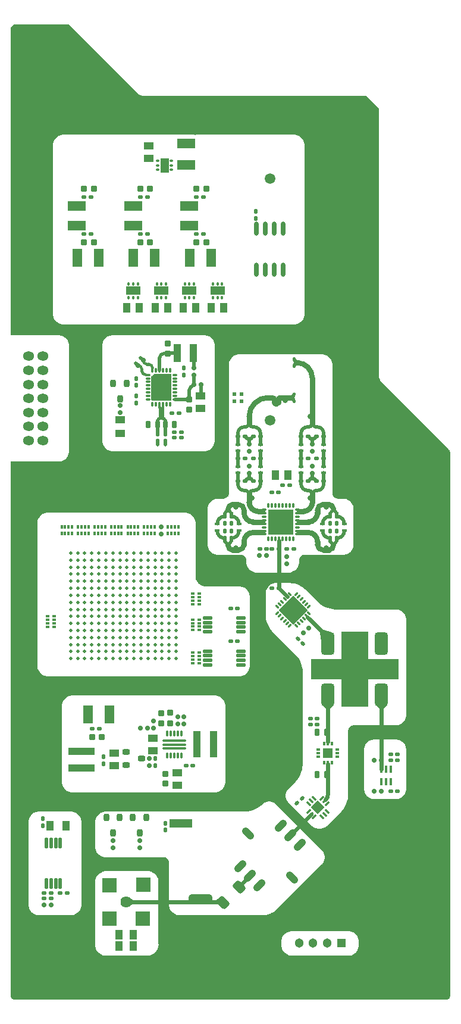
<source format=gts>
G04*
G04 #@! TF.GenerationSoftware,Altium Limited,Altium Designer,21.7.2 (23)*
G04*
G04 Layer_Color=8388736*
%FSLAX43Y43*%
%MOMM*%
G71*
G04*
G04 #@! TF.SameCoordinates,E45341BC-5B8A-4208-AAAD-0714A86AB049*
G04*
G04*
G04 #@! TF.FilePolarity,Negative*
G04*
G01*
G75*
%ADD17C,0.300*%
G04:AMPARAMS|DCode=21|XSize=1mm|YSize=0.376mm|CornerRadius=0.094mm|HoleSize=0mm|Usage=FLASHONLY|Rotation=90.000|XOffset=0mm|YOffset=0mm|HoleType=Round|Shape=RoundedRectangle|*
%AMROUNDEDRECTD21*
21,1,1.000,0.188,0,0,90.0*
21,1,0.812,0.376,0,0,90.0*
1,1,0.188,0.094,0.406*
1,1,0.188,0.094,-0.406*
1,1,0.188,-0.094,-0.406*
1,1,0.188,-0.094,0.406*
%
%ADD21ROUNDEDRECTD21*%
%ADD74C,0.800*%
%ADD75C,0.550*%
%ADD76C,0.500*%
%ADD77C,0.140*%
%ADD78C,0.400*%
%ADD79C,0.600*%
%ADD80C,0.770*%
%ADD81C,1.000*%
%ADD82R,1.070X1.320*%
G04:AMPARAMS|DCode=83|XSize=0.63mm|YSize=0.62mm|CornerRadius=0.16mm|HoleSize=0mm|Usage=FLASHONLY|Rotation=270.000|XOffset=0mm|YOffset=0mm|HoleType=Round|Shape=RoundedRectangle|*
%AMROUNDEDRECTD83*
21,1,0.630,0.300,0,0,270.0*
21,1,0.310,0.620,0,0,270.0*
1,1,0.320,-0.150,-0.155*
1,1,0.320,-0.150,0.155*
1,1,0.320,0.150,0.155*
1,1,0.320,0.150,-0.155*
%
%ADD83ROUNDEDRECTD83*%
G04:AMPARAMS|DCode=84|XSize=1.9mm|YSize=3.246mm|CornerRadius=0.48mm|HoleSize=0mm|Usage=FLASHONLY|Rotation=180.000|XOffset=0mm|YOffset=0mm|HoleType=Round|Shape=RoundedRectangle|*
%AMROUNDEDRECTD84*
21,1,1.900,2.286,0,0,180.0*
21,1,0.940,3.246,0,0,180.0*
1,1,0.960,-0.470,1.143*
1,1,0.960,0.470,1.143*
1,1,0.960,0.470,-1.143*
1,1,0.960,-0.470,-1.143*
%
%ADD84ROUNDEDRECTD84*%
G04:AMPARAMS|DCode=85|XSize=0.32mm|YSize=0.72mm|CornerRadius=0mm|HoleSize=0mm|Usage=FLASHONLY|Rotation=225.000|XOffset=0mm|YOffset=0mm|HoleType=Round|Shape=Round|*
%AMOVALD85*
21,1,0.400,0.320,0.000,0.000,315.0*
1,1,0.320,-0.141,0.141*
1,1,0.320,0.141,-0.141*
%
%ADD85OVALD85*%

G04:AMPARAMS|DCode=86|XSize=0.77mm|YSize=0.3mm|CornerRadius=0.08mm|HoleSize=0mm|Usage=FLASHONLY|Rotation=225.000|XOffset=0mm|YOffset=0mm|HoleType=Round|Shape=RoundedRectangle|*
%AMROUNDEDRECTD86*
21,1,0.770,0.140,0,0,225.0*
21,1,0.610,0.300,0,0,225.0*
1,1,0.160,-0.265,-0.166*
1,1,0.160,0.166,0.265*
1,1,0.160,0.265,0.166*
1,1,0.160,-0.166,-0.265*
%
%ADD86ROUNDEDRECTD86*%
G04:AMPARAMS|DCode=87|XSize=0.52mm|YSize=0.62mm|CornerRadius=0.135mm|HoleSize=0mm|Usage=FLASHONLY|Rotation=135.000|XOffset=0mm|YOffset=0mm|HoleType=Round|Shape=RoundedRectangle|*
%AMROUNDEDRECTD87*
21,1,0.520,0.350,0,0,135.0*
21,1,0.250,0.620,0,0,135.0*
1,1,0.270,0.035,0.212*
1,1,0.270,0.212,0.035*
1,1,0.270,-0.035,-0.212*
1,1,0.270,-0.212,-0.035*
%
%ADD87ROUNDEDRECTD87*%
G04:AMPARAMS|DCode=88|XSize=0.52mm|YSize=0.62mm|CornerRadius=0.135mm|HoleSize=0mm|Usage=FLASHONLY|Rotation=270.000|XOffset=0mm|YOffset=0mm|HoleType=Round|Shape=RoundedRectangle|*
%AMROUNDEDRECTD88*
21,1,0.520,0.350,0,0,270.0*
21,1,0.250,0.620,0,0,270.0*
1,1,0.270,-0.175,-0.125*
1,1,0.270,-0.175,0.125*
1,1,0.270,0.175,0.125*
1,1,0.270,0.175,-0.125*
%
%ADD88ROUNDEDRECTD88*%
G04:AMPARAMS|DCode=89|XSize=0.52mm|YSize=0.62mm|CornerRadius=0.135mm|HoleSize=0mm|Usage=FLASHONLY|Rotation=0.000|XOffset=0mm|YOffset=0mm|HoleType=Round|Shape=RoundedRectangle|*
%AMROUNDEDRECTD89*
21,1,0.520,0.350,0,0,0.0*
21,1,0.250,0.620,0,0,0.0*
1,1,0.270,0.125,-0.175*
1,1,0.270,-0.125,-0.175*
1,1,0.270,-0.125,0.175*
1,1,0.270,0.125,0.175*
%
%ADD89ROUNDEDRECTD89*%
%ADD90O,0.270X0.770*%
G04:AMPARAMS|DCode=91|XSize=0.27mm|YSize=0.57mm|CornerRadius=0.072mm|HoleSize=0mm|Usage=FLASHONLY|Rotation=180.000|XOffset=0mm|YOffset=0mm|HoleType=Round|Shape=RoundedRectangle|*
%AMROUNDEDRECTD91*
21,1,0.270,0.425,0,0,180.0*
21,1,0.125,0.570,0,0,180.0*
1,1,0.145,-0.063,0.213*
1,1,0.145,0.063,0.213*
1,1,0.145,0.063,-0.213*
1,1,0.145,-0.063,-0.213*
%
%ADD91ROUNDEDRECTD91*%
G04:AMPARAMS|DCode=92|XSize=0.66mm|YSize=1.04mm|CornerRadius=0.17mm|HoleSize=0mm|Usage=FLASHONLY|Rotation=180.000|XOffset=0mm|YOffset=0mm|HoleType=Round|Shape=RoundedRectangle|*
%AMROUNDEDRECTD92*
21,1,0.660,0.700,0,0,180.0*
21,1,0.320,1.040,0,0,180.0*
1,1,0.340,-0.160,0.350*
1,1,0.340,0.160,0.350*
1,1,0.340,0.160,-0.350*
1,1,0.340,-0.160,-0.350*
%
%ADD92ROUNDEDRECTD92*%
G04:AMPARAMS|DCode=93|XSize=1.27mm|YSize=1.72mm|CornerRadius=0.323mm|HoleSize=0mm|Usage=FLASHONLY|Rotation=45.000|XOffset=0mm|YOffset=0mm|HoleType=Round|Shape=RoundedRectangle|*
%AMROUNDEDRECTD93*
21,1,1.270,1.075,0,0,45.0*
21,1,0.625,1.720,0,0,45.0*
1,1,0.645,0.601,-0.159*
1,1,0.645,0.159,-0.601*
1,1,0.645,-0.601,0.159*
1,1,0.645,-0.159,0.601*
%
%ADD93ROUNDEDRECTD93*%
G04:AMPARAMS|DCode=94|XSize=1.04mm|YSize=2.02mm|CornerRadius=0mm|HoleSize=0mm|Usage=FLASHONLY|Rotation=315.000|XOffset=0mm|YOffset=0mm|HoleType=Round|Shape=Round|*
%AMOVALD94*
21,1,0.980,1.040,0.000,0.000,45.0*
1,1,1.040,-0.346,-0.346*
1,1,1.040,0.346,0.346*
%
%ADD94OVALD94*%

G04:AMPARAMS|DCode=95|XSize=3.32mm|YSize=1.29mm|CornerRadius=0.328mm|HoleSize=0mm|Usage=FLASHONLY|Rotation=0.000|XOffset=0mm|YOffset=0mm|HoleType=Round|Shape=RoundedRectangle|*
%AMROUNDEDRECTD95*
21,1,3.320,0.635,0,0,0.0*
21,1,2.665,1.290,0,0,0.0*
1,1,0.655,1.333,-0.318*
1,1,0.655,-1.333,-0.318*
1,1,0.655,-1.333,0.318*
1,1,0.655,1.333,0.318*
%
%ADD95ROUNDEDRECTD95*%
%ADD96C,1.620*%
G04:AMPARAMS|DCode=97|XSize=0.47mm|YSize=1.52mm|CornerRadius=0.123mm|HoleSize=0mm|Usage=FLASHONLY|Rotation=0.000|XOffset=0mm|YOffset=0mm|HoleType=Round|Shape=RoundedRectangle|*
%AMROUNDEDRECTD97*
21,1,0.470,1.275,0,0,0.0*
21,1,0.225,1.520,0,0,0.0*
1,1,0.245,0.113,-0.638*
1,1,0.245,-0.113,-0.638*
1,1,0.245,-0.113,0.638*
1,1,0.245,0.113,0.638*
%
%ADD97ROUNDEDRECTD97*%
G04:AMPARAMS|DCode=98|XSize=0.92mm|YSize=0.82mm|CornerRadius=0.21mm|HoleSize=0mm|Usage=FLASHONLY|Rotation=270.000|XOffset=0mm|YOffset=0mm|HoleType=Round|Shape=RoundedRectangle|*
%AMROUNDEDRECTD98*
21,1,0.920,0.400,0,0,270.0*
21,1,0.500,0.820,0,0,270.0*
1,1,0.420,-0.200,-0.250*
1,1,0.420,-0.200,0.250*
1,1,0.420,0.200,0.250*
1,1,0.420,0.200,-0.250*
%
%ADD98ROUNDEDRECTD98*%
%ADD99R,3.720X1.000*%
%ADD100R,1.420X2.620*%
G04:AMPARAMS|DCode=101|XSize=0.38mm|YSize=0.68mm|CornerRadius=0.1mm|HoleSize=0mm|Usage=FLASHONLY|Rotation=90.000|XOffset=0mm|YOffset=0mm|HoleType=Round|Shape=RoundedRectangle|*
%AMROUNDEDRECTD101*
21,1,0.380,0.480,0,0,90.0*
21,1,0.180,0.680,0,0,90.0*
1,1,0.200,0.240,0.090*
1,1,0.200,0.240,-0.090*
1,1,0.200,-0.240,-0.090*
1,1,0.200,-0.240,0.090*
%
%ADD101ROUNDEDRECTD101*%
%ADD102R,2.020X2.020*%
G04:AMPARAMS|DCode=103|XSize=0.63mm|YSize=0.62mm|CornerRadius=0.16mm|HoleSize=0mm|Usage=FLASHONLY|Rotation=180.000|XOffset=0mm|YOffset=0mm|HoleType=Round|Shape=RoundedRectangle|*
%AMROUNDEDRECTD103*
21,1,0.630,0.300,0,0,180.0*
21,1,0.310,0.620,0,0,180.0*
1,1,0.320,-0.155,0.150*
1,1,0.320,0.155,0.150*
1,1,0.320,0.155,-0.150*
1,1,0.320,-0.155,-0.150*
%
%ADD103ROUNDEDRECTD103*%
G04:AMPARAMS|DCode=104|XSize=0.82mm|YSize=1.02mm|CornerRadius=0.21mm|HoleSize=0mm|Usage=FLASHONLY|Rotation=0.000|XOffset=0mm|YOffset=0mm|HoleType=Round|Shape=RoundedRectangle|*
%AMROUNDEDRECTD104*
21,1,0.820,0.600,0,0,0.0*
21,1,0.400,1.020,0,0,0.0*
1,1,0.420,0.200,-0.300*
1,1,0.420,-0.200,-0.300*
1,1,0.420,-0.200,0.300*
1,1,0.420,0.200,0.300*
%
%ADD104ROUNDEDRECTD104*%
%ADD105R,0.620X0.520*%
%ADD106O,1.420X0.520*%
%ADD107C,0.470*%
G04:AMPARAMS|DCode=108|XSize=0.395mm|YSize=0.57mm|CornerRadius=0.104mm|HoleSize=0mm|Usage=FLASHONLY|Rotation=270.000|XOffset=0mm|YOffset=0mm|HoleType=Round|Shape=RoundedRectangle|*
%AMROUNDEDRECTD108*
21,1,0.395,0.363,0,0,270.0*
21,1,0.188,0.570,0,0,270.0*
1,1,0.207,-0.181,-0.094*
1,1,0.207,-0.181,0.094*
1,1,0.207,0.181,0.094*
1,1,0.207,0.181,-0.094*
%
%ADD108ROUNDEDRECTD108*%
G04:AMPARAMS|DCode=109|XSize=0.395mm|YSize=0.57mm|CornerRadius=0.104mm|HoleSize=0mm|Usage=FLASHONLY|Rotation=0.000|XOffset=0mm|YOffset=0mm|HoleType=Round|Shape=RoundedRectangle|*
%AMROUNDEDRECTD109*
21,1,0.395,0.363,0,0,0.0*
21,1,0.188,0.570,0,0,0.0*
1,1,0.207,0.094,-0.181*
1,1,0.207,-0.094,-0.181*
1,1,0.207,-0.094,0.181*
1,1,0.207,0.094,0.181*
%
%ADD109ROUNDEDRECTD109*%
%ADD110R,3.678X3.246*%
%ADD111R,1.420X1.120*%
%ADD112R,1.000X3.720*%
G04:AMPARAMS|DCode=113|XSize=0.92mm|YSize=0.82mm|CornerRadius=0.21mm|HoleSize=0mm|Usage=FLASHONLY|Rotation=0.000|XOffset=0mm|YOffset=0mm|HoleType=Round|Shape=RoundedRectangle|*
%AMROUNDEDRECTD113*
21,1,0.920,0.400,0,0,0.0*
21,1,0.500,0.820,0,0,0.0*
1,1,0.420,0.250,-0.200*
1,1,0.420,-0.250,-0.200*
1,1,0.420,-0.250,0.200*
1,1,0.420,0.250,0.200*
%
%ADD113ROUNDEDRECTD113*%
G04:AMPARAMS|DCode=114|XSize=0.27mm|YSize=0.82mm|CornerRadius=0.072mm|HoleSize=0mm|Usage=FLASHONLY|Rotation=0.000|XOffset=0mm|YOffset=0mm|HoleType=Round|Shape=RoundedRectangle|*
%AMROUNDEDRECTD114*
21,1,0.270,0.675,0,0,0.0*
21,1,0.125,0.820,0,0,0.0*
1,1,0.145,0.063,-0.338*
1,1,0.145,-0.063,-0.338*
1,1,0.145,-0.063,0.338*
1,1,0.145,0.063,0.338*
%
%ADD114ROUNDEDRECTD114*%
G04:AMPARAMS|DCode=115|XSize=0.27mm|YSize=3.42mm|CornerRadius=0.072mm|HoleSize=0mm|Usage=FLASHONLY|Rotation=90.000|XOffset=0mm|YOffset=0mm|HoleType=Round|Shape=RoundedRectangle|*
%AMROUNDEDRECTD115*
21,1,0.270,3.275,0,0,90.0*
21,1,0.125,3.420,0,0,90.0*
1,1,0.145,1.638,0.063*
1,1,0.145,1.638,-0.063*
1,1,0.145,-1.638,-0.063*
1,1,0.145,-1.638,0.063*
%
%ADD115ROUNDEDRECTD115*%
G04:AMPARAMS|DCode=116|XSize=0.82mm|YSize=1.02mm|CornerRadius=0.21mm|HoleSize=0mm|Usage=FLASHONLY|Rotation=90.000|XOffset=0mm|YOffset=0mm|HoleType=Round|Shape=RoundedRectangle|*
%AMROUNDEDRECTD116*
21,1,0.820,0.600,0,0,90.0*
21,1,0.400,1.020,0,0,90.0*
1,1,0.420,0.300,0.200*
1,1,0.420,0.300,-0.200*
1,1,0.420,-0.300,-0.200*
1,1,0.420,-0.300,0.200*
%
%ADD116ROUNDEDRECTD116*%
%ADD117O,0.770X0.270*%
G04:AMPARAMS|DCode=118|XSize=0.47mm|YSize=0.32mm|CornerRadius=0.048mm|HoleSize=0mm|Usage=FLASHONLY|Rotation=0.000|XOffset=0mm|YOffset=0mm|HoleType=Round|Shape=RoundedRectangle|*
%AMROUNDEDRECTD118*
21,1,0.470,0.225,0,0,0.0*
21,1,0.375,0.320,0,0,0.0*
1,1,0.095,0.188,-0.113*
1,1,0.095,-0.188,-0.113*
1,1,0.095,-0.188,0.113*
1,1,0.095,0.188,0.113*
%
%ADD118ROUNDEDRECTD118*%
%ADD119R,2.620X1.420*%
%ADD120O,0.270X0.720*%
%ADD121O,0.720X0.270*%
G04:AMPARAMS|DCode=122|XSize=0.27mm|YSize=0.57mm|CornerRadius=0.072mm|HoleSize=0mm|Usage=FLASHONLY|Rotation=90.000|XOffset=0mm|YOffset=0mm|HoleType=Round|Shape=RoundedRectangle|*
%AMROUNDEDRECTD122*
21,1,0.270,0.425,0,0,90.0*
21,1,0.125,0.570,0,0,90.0*
1,1,0.145,0.213,0.063*
1,1,0.145,0.213,-0.063*
1,1,0.145,-0.213,-0.063*
1,1,0.145,-0.213,0.063*
%
%ADD122ROUNDEDRECTD122*%
G04:AMPARAMS|DCode=123|XSize=1.04mm|YSize=2.02mm|CornerRadius=0mm|HoleSize=0mm|Usage=FLASHONLY|Rotation=45.000|XOffset=0mm|YOffset=0mm|HoleType=Round|Shape=Round|*
%AMOVALD123*
21,1,0.980,1.040,0.000,0.000,135.0*
1,1,1.040,0.346,-0.346*
1,1,1.040,-0.346,0.346*
%
%ADD123OVALD123*%

%ADD124R,1.320X1.070*%
%ADD125O,0.620X2.020*%
G04:AMPARAMS|DCode=126|XSize=0.47mm|YSize=0.32mm|CornerRadius=0.048mm|HoleSize=0mm|Usage=FLASHONLY|Rotation=90.000|XOffset=0mm|YOffset=0mm|HoleType=Round|Shape=RoundedRectangle|*
%AMROUNDEDRECTD126*
21,1,0.470,0.225,0,0,90.0*
21,1,0.375,0.320,0,0,90.0*
1,1,0.095,0.113,0.188*
1,1,0.095,0.113,-0.188*
1,1,0.095,-0.113,-0.188*
1,1,0.095,-0.113,0.188*
%
%ADD126ROUNDEDRECTD126*%
G04:AMPARAMS|DCode=127|XSize=0.63mm|YSize=0.62mm|CornerRadius=0.16mm|HoleSize=0mm|Usage=FLASHONLY|Rotation=315.000|XOffset=0mm|YOffset=0mm|HoleType=Round|Shape=RoundedRectangle|*
%AMROUNDEDRECTD127*
21,1,0.630,0.300,0,0,315.0*
21,1,0.310,0.620,0,0,315.0*
1,1,0.320,0.003,-0.216*
1,1,0.320,-0.216,0.003*
1,1,0.320,-0.003,0.216*
1,1,0.320,0.216,-0.003*
%
%ADD127ROUNDEDRECTD127*%
%ADD128R,1.040X2.560*%
%ADD129R,1.120X1.420*%
G04:AMPARAMS|DCode=130|XSize=0.32mm|YSize=0.72mm|CornerRadius=0mm|HoleSize=0mm|Usage=FLASHONLY|Rotation=135.000|XOffset=0mm|YOffset=0mm|HoleType=Round|Shape=Round|*
%AMOVALD130*
21,1,0.400,0.320,0.000,0.000,225.0*
1,1,0.320,0.141,0.141*
1,1,0.320,-0.141,-0.141*
%
%ADD130OVALD130*%

G04:AMPARAMS|DCode=131|XSize=0.52mm|YSize=0.62mm|CornerRadius=0.135mm|HoleSize=0mm|Usage=FLASHONLY|Rotation=225.000|XOffset=0mm|YOffset=0mm|HoleType=Round|Shape=RoundedRectangle|*
%AMROUNDEDRECTD131*
21,1,0.520,0.350,0,0,225.0*
21,1,0.250,0.620,0,0,225.0*
1,1,0.270,-0.212,0.035*
1,1,0.270,-0.035,0.212*
1,1,0.270,0.212,-0.035*
1,1,0.270,0.035,-0.212*
%
%ADD131ROUNDEDRECTD131*%
G04:AMPARAMS|DCode=132|XSize=0.77mm|YSize=0.3mm|CornerRadius=0.08mm|HoleSize=0mm|Usage=FLASHONLY|Rotation=135.000|XOffset=0mm|YOffset=0mm|HoleType=Round|Shape=RoundedRectangle|*
%AMROUNDEDRECTD132*
21,1,0.770,0.140,0,0,135.0*
21,1,0.610,0.300,0,0,135.0*
1,1,0.160,-0.166,0.265*
1,1,0.160,0.265,-0.166*
1,1,0.160,0.166,-0.265*
1,1,0.160,-0.265,0.166*
%
%ADD132ROUNDEDRECTD132*%
%ADD133R,3.320X1.290*%
%ADD134C,4.520*%
%ADD135R,1.302X1.302*%
%ADD136C,1.302*%
%ADD137O,1.620X1.320*%
%ADD138R,3.653X3.653*%
%ADD139R,1.203X2.003*%
%ADD140O,0.703X1.703*%
%ADD141R,1.453X1.453*%
%ADD142C,6.020*%
%ADD143C,1.520*%
%ADD144R,2.003X1.203*%
%ADD145P,4.106X4X180.0*%
%ADD146P,1.914X4X180.0*%
G36*
X58650Y189184D02*
X58724Y189153D01*
X58820Y189079D01*
X58821Y189079D01*
X58821Y189079D01*
X58821Y189079D01*
X68488Y179412D01*
X68578Y179331D01*
X68779Y179196D01*
X69003Y179103D01*
X69241Y179056D01*
X69362Y179050D01*
X100859Y179050D01*
X100916Y179050D01*
X101029Y179028D01*
X101135Y178984D01*
X101174Y178957D01*
X101271Y178879D01*
X101271Y178879D01*
X101355Y178795D01*
X102644Y177506D01*
X102695Y177455D01*
X102774Y177337D01*
X102828Y177205D01*
X102847Y177111D01*
X102856Y176994D01*
Y176993D01*
X102856Y176993D01*
X102856Y176993D01*
Y139384D01*
X102858Y139234D01*
X102905Y138939D01*
X103008Y138658D01*
X103165Y138403D01*
X103261Y138289D01*
Y138289D01*
X103261Y138289D01*
X112879Y128671D01*
X112908Y128642D01*
X112953Y128575D01*
X112984Y128500D01*
X112985Y128496D01*
X113000Y128379D01*
Y128379D01*
X113000D01*
X113000Y128379D01*
X113000Y51100D01*
X113000Y50981D01*
X112909Y50760D01*
X112740Y50591D01*
X112519Y50500D01*
X112400Y50500D01*
X50941D01*
X50738Y50584D01*
X50584Y50738D01*
X50500Y50941D01*
Y51050D01*
Y127000D01*
X57250Y127000D01*
X57398Y127000D01*
X57688Y127057D01*
X57961Y127170D01*
X58207Y127334D01*
X58416Y127543D01*
X58580Y127789D01*
X58693Y128062D01*
X58750Y128352D01*
X58750Y128500D01*
X58750Y143500D01*
X58750Y143500D01*
X58750Y143500D01*
X58750Y143648D01*
X58693Y143938D01*
X58579Y144211D01*
X58415Y144456D01*
X58206Y144665D01*
X57961Y144829D01*
X57688Y144943D01*
X57398Y145000D01*
X57250Y145000D01*
X50500Y145000D01*
Y188600D01*
Y188719D01*
X50591Y188940D01*
X50760Y189109D01*
X50981Y189200D01*
X51100Y189200D01*
X51100Y189200D01*
X58529Y189200D01*
X58570Y189200D01*
X58650Y189184D01*
D02*
G37*
%LPC*%
G36*
X57852Y173500D02*
X57562Y173442D01*
X57289Y173329D01*
X57044Y173165D01*
X56835Y172956D01*
X56671Y172711D01*
X56558Y172438D01*
X56500Y172148D01*
X56500Y172000D01*
Y148000D01*
X56500Y147852D01*
X56558Y147562D01*
X56671Y147289D01*
X56835Y147044D01*
X57044Y146835D01*
X57289Y146671D01*
X57562Y146558D01*
X57852Y146500D01*
X58000Y146500D01*
X90898D01*
X91188Y146558D01*
X91460Y146671D01*
X91706Y146835D01*
X91915Y147044D01*
X92079Y147289D01*
X92192Y147562D01*
X92250Y147852D01*
X92250Y148000D01*
X92250Y148000D01*
X92250Y172000D01*
X92249Y172148D01*
X92191Y172437D01*
X92077Y172709D01*
X91913Y172954D01*
X91704Y173163D01*
X91459Y173327D01*
X91187Y173441D01*
X90898Y173499D01*
X90750Y173500D01*
X90750Y173500D01*
X90750Y173500D01*
X58000Y173500D01*
X57852Y173500D01*
D02*
G37*
G36*
X64852Y145000D02*
X64562Y144942D01*
X64289Y144829D01*
X64044Y144665D01*
X63835Y144456D01*
X63671Y144211D01*
X63558Y143938D01*
X63500Y143648D01*
X63500Y143500D01*
Y130000D01*
X63500Y129852D01*
X63557Y129562D01*
X63670Y129289D01*
X63834Y129043D01*
X64043Y128834D01*
X64289Y128670D01*
X64562Y128557D01*
X64852Y128500D01*
X65000Y128500D01*
X78000Y128500D01*
X78148Y128500D01*
X78438Y128558D01*
X78711Y128671D01*
X78956Y128835D01*
X79165Y129044D01*
X79329Y129289D01*
X79442Y129562D01*
X79500Y129852D01*
X79500Y130000D01*
X79500Y130000D01*
X79500Y143500D01*
X79500Y143648D01*
X79442Y143938D01*
X79329Y144211D01*
X79165Y144456D01*
X78956Y144665D01*
X78710Y144829D01*
X78438Y144942D01*
X78148Y145000D01*
X78000Y145000D01*
X78000Y145000D01*
X78000Y145000D01*
X65000Y145000D01*
X64852Y145000D01*
D02*
G37*
G36*
X82852Y142250D02*
X82562Y142193D01*
X82289Y142080D01*
X82043Y141916D01*
X81834Y141707D01*
X81670Y141461D01*
X81557Y141188D01*
X81500Y140898D01*
X81500Y140750D01*
X81500Y122500D01*
X81496Y122426D01*
X81468Y122282D01*
X81412Y122146D01*
X81330Y122024D01*
X81226Y121920D01*
X81104Y121838D01*
X80968Y121782D01*
X80872Y121763D01*
X80750Y121750D01*
X80750Y121750D01*
X80750Y121750D01*
X80000Y121750D01*
X79852Y121750D01*
X79562Y121693D01*
X79289Y121580D01*
X79043Y121416D01*
X78834Y121207D01*
X78670Y120961D01*
X78557Y120688D01*
X78500Y120398D01*
X78500Y120250D01*
X78500Y120250D01*
X78500Y120250D01*
X78500Y115250D01*
X78500Y115102D01*
X78557Y114812D01*
X78671Y114539D01*
X78835Y114294D01*
X79044Y114085D01*
X79289Y113921D01*
X79562Y113808D01*
X79852Y113750D01*
X80000Y113750D01*
X83250Y113750D01*
X83324Y113746D01*
X83468Y113718D01*
X83604Y113662D01*
X83726Y113580D01*
X83830Y113476D01*
X83912Y113354D01*
X83968Y113218D01*
X83988Y113117D01*
X84000Y113000D01*
X84000Y113000D01*
X84000D01*
X84000Y113000D01*
X84000Y112750D01*
X84000Y112602D01*
X84057Y112312D01*
X84171Y112039D01*
X84335Y111794D01*
X84544Y111585D01*
X84789Y111421D01*
X85062Y111307D01*
X85352Y111250D01*
X85500Y111250D01*
X90000D01*
X90148Y111250D01*
X90438Y111308D01*
X90711Y111421D01*
X90956Y111585D01*
X91165Y111794D01*
X91329Y112039D01*
X91442Y112312D01*
X91500Y112602D01*
X91500Y112750D01*
X91500Y112750D01*
Y113000D01*
X91504Y113074D01*
X91532Y113218D01*
X91589Y113354D01*
X91670Y113476D01*
X91774Y113580D01*
X91896Y113661D01*
X92032Y113718D01*
X92176Y113746D01*
X92250Y113750D01*
X92250Y113750D01*
X97750Y113750D01*
X97898Y113750D01*
X98188Y113808D01*
X98461Y113921D01*
X98706Y114085D01*
X98915Y114294D01*
X99079Y114539D01*
X99192Y114812D01*
X99250Y115102D01*
X99250Y115250D01*
X99250Y115250D01*
X99250Y120250D01*
X99250Y120398D01*
X99193Y120688D01*
X99080Y120961D01*
X98916Y121207D01*
X98707Y121416D01*
X98461Y121580D01*
X98188Y121693D01*
X97898Y121750D01*
X97750Y121750D01*
X97750Y121750D01*
X97750Y121750D01*
X97000Y121750D01*
X96926Y121754D01*
X96782Y121782D01*
X96646Y121838D01*
X96524Y121920D01*
X96420Y122024D01*
X96338Y122146D01*
X96282Y122282D01*
X96254Y122426D01*
X96250Y122500D01*
X96250Y140750D01*
X96250Y140898D01*
X96193Y141188D01*
X96080Y141461D01*
X95915Y141707D01*
X95707Y141915D01*
X95461Y142080D01*
X95188Y142193D01*
X94898Y142250D01*
X94750Y142250D01*
X94750Y142250D01*
X94750Y142250D01*
X83000Y142250D01*
X82852Y142250D01*
D02*
G37*
G36*
X90173Y109752D02*
X90000Y109750D01*
X90000Y109750D01*
X90000Y109750D01*
X88635D01*
X88250Y109750D01*
X88102Y109750D01*
X87812Y109692D01*
X87539Y109579D01*
X87294Y109415D01*
X87085Y109206D01*
X86921Y108961D01*
X86808Y108688D01*
X86750Y108398D01*
X86750Y108250D01*
X86750Y105250D01*
X86757Y105056D01*
X86808Y104672D01*
X86896Y104294D01*
X87021Y103927D01*
X87182Y103574D01*
X87376Y103239D01*
X87602Y102924D01*
X87858Y102632D01*
X88000Y102500D01*
X88000Y102500D01*
X91000Y99500D01*
X91112Y99389D01*
X91319Y99150D01*
X91501Y98892D01*
X91657Y98618D01*
X91785Y98329D01*
X91884Y98029D01*
X91954Y97721D01*
X91992Y97408D01*
X92000Y97250D01*
X92000D01*
X92000Y97250D01*
X92000Y84000D01*
X91998Y83827D01*
X91969Y83483D01*
X91906Y83144D01*
X91810Y82812D01*
X91681Y82492D01*
X91522Y82185D01*
X91334Y81896D01*
X91118Y81626D01*
X91000Y81500D01*
X91000D01*
X91000Y81500D01*
X90000Y80500D01*
X89901Y80402D01*
X89746Y80170D01*
X89640Y79913D01*
X89585Y79639D01*
Y79361D01*
X89640Y79087D01*
X89746Y78830D01*
X89901Y78598D01*
X90000Y78500D01*
X90000Y78500D01*
X92360Y76140D01*
X92360Y75960D01*
X92181Y75781D01*
X91450Y75050D01*
X92181Y75781D01*
X92360Y75960D01*
X92540Y75960D01*
X93250Y75250D01*
X93361Y75139D01*
X93621Y74965D01*
X93911Y74845D01*
X94218Y74784D01*
X94532D01*
X94839Y74845D01*
X95129Y74965D01*
X95389Y75139D01*
X95500Y75250D01*
X97500Y77250D01*
X97627Y77388D01*
X97852Y77689D01*
X98047Y78010D01*
X98210Y78349D01*
X98338Y78702D01*
X98431Y79066D01*
X98488Y79437D01*
X98508Y79812D01*
X98500Y80000D01*
X98500Y80000D01*
Y88750D01*
X98504Y88824D01*
X98532Y88968D01*
X98589Y89104D01*
X98670Y89226D01*
X98774Y89330D01*
X98896Y89411D01*
X99032Y89468D01*
X99176Y89496D01*
X99250Y89500D01*
X99250Y89500D01*
X105250D01*
X105398Y89500D01*
X105688Y89558D01*
X105961Y89671D01*
X106206Y89835D01*
X106415Y90044D01*
X106579Y90289D01*
X106692Y90562D01*
X106750Y90852D01*
X106750Y91000D01*
X106750Y91000D01*
X106750Y104500D01*
X106750Y104648D01*
X106693Y104938D01*
X106580Y105211D01*
X106416Y105457D01*
X106207Y105666D01*
X105961Y105830D01*
X105688Y105943D01*
X105398Y106000D01*
X105250Y106000D01*
X105250Y106000D01*
X105250Y106000D01*
X96750Y106000D01*
X96577Y106002D01*
X96233Y106032D01*
X95894Y106095D01*
X95562Y106191D01*
X95242Y106319D01*
X94935Y106478D01*
X94646Y106667D01*
X94376Y106882D01*
X94250Y107000D01*
X94250Y107000D01*
Y107000D01*
X92500Y108750D01*
X92376Y108871D01*
X92107Y109087D01*
X91817Y109276D01*
X91510Y109435D01*
X91189Y109564D01*
X90857Y109660D01*
X90517Y109723D01*
X90173Y109752D01*
D02*
G37*
G36*
X75398Y119750D02*
X75250Y119750D01*
X55750Y119750D01*
X55750Y119750D01*
X55602D01*
X55312Y119692D01*
X55039Y119579D01*
X54794Y119415D01*
X54585Y119206D01*
X54421Y118961D01*
X54308Y118688D01*
X54250Y118398D01*
Y118250D01*
Y98000D01*
X54250Y97852D01*
X54308Y97562D01*
X54421Y97289D01*
X54585Y97044D01*
X54794Y96835D01*
X55039Y96671D01*
X55312Y96558D01*
X55602Y96500D01*
X55750Y96500D01*
X83000D01*
X83148Y96500D01*
X83438Y96558D01*
X83711Y96671D01*
X83956Y96835D01*
X84165Y97044D01*
X84329Y97289D01*
X84442Y97562D01*
X84500Y97852D01*
X84500Y98000D01*
X84500Y107750D01*
X84500Y107750D01*
X84500Y107750D01*
X84500Y107898D01*
X84442Y108188D01*
X84329Y108461D01*
X84165Y108706D01*
X83956Y108915D01*
X83711Y109079D01*
X83438Y109192D01*
X83148Y109250D01*
X83000Y109250D01*
X78750Y109250D01*
X78250D01*
X78103Y109257D01*
X77815Y109315D01*
X77543Y109427D01*
X77298Y109590D01*
X77090Y109798D01*
X76927Y110043D01*
X76815Y110315D01*
X76757Y110603D01*
X76750Y110750D01*
X76750Y118250D01*
X76750Y118250D01*
X76750Y118250D01*
X76750Y118398D01*
X76692Y118688D01*
X76579Y118961D01*
X76415Y119206D01*
X76206Y119415D01*
X75961Y119579D01*
X75688Y119692D01*
X75398Y119750D01*
D02*
G37*
G36*
X79648Y93750D02*
X79500Y93750D01*
X59250Y93750D01*
X59250Y93750D01*
X59102D01*
X58812Y93692D01*
X58539Y93579D01*
X58294Y93415D01*
X58085Y93206D01*
X57921Y92961D01*
X57808Y92688D01*
X57750Y92398D01*
Y92250D01*
Y81500D01*
Y81352D01*
X57808Y81062D01*
X57921Y80789D01*
X58085Y80544D01*
X58294Y80335D01*
X58539Y80171D01*
X58812Y80058D01*
X59102Y80000D01*
X79500D01*
X79648Y80000D01*
X79938Y80057D01*
X80211Y80170D01*
X80456Y80335D01*
X80665Y80544D01*
X80830Y80789D01*
X80943Y81062D01*
X81000Y81352D01*
X81000Y81500D01*
X81000Y92250D01*
X81000Y92250D01*
X81000Y92250D01*
X81000Y92398D01*
X80942Y92688D01*
X80829Y92961D01*
X80665Y93206D01*
X80456Y93415D01*
X80211Y93579D01*
X79938Y93692D01*
X79648Y93750D01*
D02*
G37*
G36*
X102102Y87500D02*
X101812Y87442D01*
X101539Y87329D01*
X101294Y87165D01*
X101085Y86956D01*
X100921Y86711D01*
X100808Y86438D01*
X100750Y86148D01*
X100750Y86000D01*
Y80500D01*
X100750Y80352D01*
X100808Y80062D01*
X100921Y79789D01*
X101085Y79544D01*
X101294Y79335D01*
X101539Y79171D01*
X101812Y79058D01*
X102102Y79000D01*
X102250Y79000D01*
X105250D01*
X105398Y79000D01*
X105688Y79058D01*
X105961Y79171D01*
X106206Y79335D01*
X106415Y79544D01*
X106579Y79789D01*
X106692Y80062D01*
X106750Y80352D01*
X106750Y80500D01*
X106750Y80500D01*
X106750Y86000D01*
X106750Y86148D01*
X106692Y86438D01*
X106579Y86711D01*
X106415Y86956D01*
X106206Y87165D01*
X105961Y87329D01*
X105688Y87442D01*
X105398Y87500D01*
X105250Y87500D01*
X105250Y87500D01*
X105250Y87500D01*
X102250Y87500D01*
X102102Y87500D01*
D02*
G37*
G36*
X87389Y78665D02*
X87111D01*
X86837Y78611D01*
X86580Y78504D01*
X86348Y78349D01*
X86250Y78250D01*
X86250Y78250D01*
X86124Y78132D01*
X85854Y77916D01*
X85565Y77728D01*
X85258Y77569D01*
X84938Y77441D01*
X84606Y77345D01*
X84267Y77282D01*
X83923Y77252D01*
X83750Y77250D01*
X83750Y77250D01*
X83750Y77250D01*
X64000Y77250D01*
X63852Y77250D01*
X63562Y77193D01*
X63289Y77080D01*
X63043Y76916D01*
X62834Y76707D01*
X62670Y76461D01*
X62557Y76188D01*
X62500Y75898D01*
X62500Y75750D01*
Y72250D01*
X62500Y72102D01*
X62558Y71812D01*
X62671Y71539D01*
X62835Y71294D01*
X63044Y71085D01*
X63289Y70921D01*
X63562Y70808D01*
X63852Y70750D01*
X64000Y70750D01*
X64000Y70750D01*
X72250Y70750D01*
X72324Y70746D01*
X72468Y70718D01*
X72604Y70661D01*
X72726Y70580D01*
X72830Y70476D01*
X72911Y70354D01*
X72968Y70218D01*
X72988Y70117D01*
X73000Y70000D01*
X73000Y70000D01*
X73000D01*
X73000Y70000D01*
X73000Y64000D01*
X73000Y63852D01*
X73058Y63562D01*
X73171Y63289D01*
X73335Y63044D01*
X73544Y62835D01*
X73789Y62671D01*
X74062Y62558D01*
X74352Y62500D01*
X74500Y62500D01*
X86000Y62500D01*
X86152Y62489D01*
X86456Y62497D01*
X86758Y62536D01*
X87055Y62603D01*
X87344Y62699D01*
X87622Y62823D01*
X87887Y62974D01*
X88135Y63150D01*
X88250Y63250D01*
X94750Y69750D01*
X94849Y69848D01*
X95003Y70080D01*
X95110Y70337D01*
X95164Y70611D01*
X95164Y70889D01*
X95110Y71163D01*
X95003Y71420D01*
X94849Y71652D01*
X94750Y71750D01*
X94750Y71750D01*
Y71750D01*
X91450Y75050D01*
X88250Y78250D01*
X88152Y78349D01*
X87920Y78504D01*
X87663Y78611D01*
X87389Y78665D01*
D02*
G37*
G36*
X54352Y77250D02*
X54062Y77192D01*
X53789Y77079D01*
X53544Y76915D01*
X53335Y76706D01*
X53171Y76461D01*
X53058Y76188D01*
X53000Y75898D01*
X53000Y75750D01*
Y64000D01*
X53000Y63852D01*
X53058Y63562D01*
X53171Y63289D01*
X53335Y63044D01*
X53544Y62835D01*
X53789Y62671D01*
X54062Y62558D01*
X54352Y62500D01*
X54500Y62500D01*
X59000D01*
X59148Y62500D01*
X59438Y62558D01*
X59710Y62671D01*
X59956Y62835D01*
X60165Y63044D01*
X60329Y63289D01*
X60442Y63562D01*
X60500Y63852D01*
X60500Y64000D01*
X60500Y64000D01*
X60500Y75750D01*
X60500Y75898D01*
X60442Y76188D01*
X60329Y76461D01*
X60165Y76706D01*
X59956Y76915D01*
X59711Y77079D01*
X59438Y77192D01*
X59148Y77250D01*
X59000Y77250D01*
X59000Y77250D01*
X59000Y77250D01*
X54500Y77250D01*
X54352Y77250D01*
D02*
G37*
G36*
X90352Y60250D02*
X90062Y60192D01*
X89789Y60079D01*
X89544Y59915D01*
X89335Y59706D01*
X89171Y59461D01*
X89058Y59188D01*
X89000Y58898D01*
X89000Y58750D01*
Y58250D01*
X89000Y58102D01*
X89058Y57812D01*
X89171Y57539D01*
X89335Y57294D01*
X89544Y57085D01*
X89789Y56921D01*
X90062Y56808D01*
X90352Y56750D01*
X90500Y56750D01*
X98648D01*
X98938Y56808D01*
X99211Y56921D01*
X99456Y57085D01*
X99665Y57294D01*
X99829Y57539D01*
X99942Y57812D01*
X100000Y58102D01*
Y58250D01*
X100000Y58250D01*
X100000Y58750D01*
X100000Y58898D01*
X99942Y59188D01*
X99829Y59461D01*
X99665Y59706D01*
X99456Y59915D01*
X99211Y60079D01*
X98938Y60192D01*
X98648Y60250D01*
X98500Y60250D01*
X98500Y60250D01*
X98500Y60250D01*
X90500Y60250D01*
X90352Y60250D01*
D02*
G37*
G36*
X63852Y68750D02*
X63562Y68692D01*
X63289Y68579D01*
X63044Y68415D01*
X62835Y68206D01*
X62671Y67961D01*
X62558Y67688D01*
X62500Y67398D01*
X62500Y67250D01*
Y58250D01*
X62500Y58102D01*
X62558Y57812D01*
X62671Y57539D01*
X62835Y57294D01*
X63044Y57085D01*
X63289Y56921D01*
X63562Y56808D01*
X63852Y56750D01*
X64000Y56750D01*
X70000Y56750D01*
X70160Y56762D01*
X70469Y56849D01*
X70755Y56994D01*
X71008Y57192D01*
X71217Y57436D01*
X71374Y57716D01*
X71474Y58021D01*
X71512Y58340D01*
X71500Y58500D01*
X71500Y58500D01*
X71500Y67250D01*
X71500Y67398D01*
X71442Y67688D01*
X71329Y67961D01*
X71165Y68206D01*
X70956Y68415D01*
X70711Y68579D01*
X70438Y68692D01*
X70148Y68750D01*
X70000Y68750D01*
X70000Y68750D01*
X70000Y68750D01*
X64000Y68750D01*
X63852Y68750D01*
D02*
G37*
%LPD*%
G36*
X73238Y139526D02*
X73251Y139523D01*
X73264Y139519D01*
X73276Y139513D01*
X73287Y139506D01*
X73297Y139497D01*
X73306Y139487D01*
X73313Y139476D01*
X73319Y139464D01*
X73323Y139451D01*
X73326Y139438D01*
X73327Y139425D01*
Y135775D01*
X73326Y135762D01*
X73323Y135749D01*
X73319Y135736D01*
X73313Y135724D01*
X73306Y135713D01*
X73297Y135703D01*
X73287Y135694D01*
X73276Y135687D01*
X73264Y135681D01*
X73251Y135677D01*
X73238Y135674D01*
X73225Y135673D01*
X70575D01*
X70562Y135674D01*
X70549Y135677D01*
X70536Y135681D01*
X70524Y135687D01*
X70513Y135694D01*
X70503Y135703D01*
X70494Y135713D01*
X70487Y135724D01*
X70481Y135736D01*
X70477Y135749D01*
X70474Y135762D01*
X70473Y135775D01*
Y139069D01*
X70474Y139082D01*
X70477Y139095D01*
X70481Y139108D01*
X70487Y139120D01*
X70494Y139131D01*
X70503Y139141D01*
X70859Y139497D01*
X70869Y139506D01*
X70880Y139513D01*
X70892Y139519D01*
X70905Y139523D01*
X70918Y139526D01*
X70931Y139527D01*
X73225D01*
X73238Y139526D01*
D02*
G37*
G36*
X96155Y102755D02*
X94685Y101480D01*
X94390Y103225D01*
X96155Y102755D01*
D02*
G37*
G36*
X101355Y98922D02*
X105623D01*
Y96078D01*
X101355D01*
Y92141D01*
X97495D01*
Y96078D01*
X93253D01*
Y98897D01*
X93227Y98922D01*
X97495D01*
Y102859D01*
X101355D01*
Y98922D01*
D02*
G37*
G36*
X103849Y92211D02*
X103658Y92021D01*
X103485Y91815D01*
X103330Y91595D01*
X103260Y91480D01*
X103180Y91593D01*
X103010Y91811D01*
X102824Y92017D01*
X102625Y92209D01*
X102520Y92300D01*
X102520Y92300D01*
X103950Y92300D01*
X103849Y92211D01*
D02*
G37*
G36*
X96229D02*
X96038Y92021D01*
X95865Y91815D01*
X95710Y91595D01*
X95640Y91480D01*
X95560Y91593D01*
X95390Y91811D01*
X95204Y92017D01*
X95005Y92209D01*
X94900Y92300D01*
X94900Y92300D01*
X96330Y92300D01*
X96229Y92211D01*
D02*
G37*
G36*
X83268Y67289D02*
X83683Y66874D01*
X83687Y66858D01*
X83746Y66678D01*
X83794Y66554D01*
X82956Y67392D01*
X83268Y67289D01*
D02*
G37*
G36*
X79175Y64675D02*
X75800D01*
X75825Y64775D01*
X79150D01*
X79175Y64675D01*
D02*
G37*
G36*
X80610Y63430D02*
X79730Y64310D01*
Y64700D01*
X79896Y64806D01*
X80071Y64934D01*
X80273Y65082D01*
X80610Y63430D01*
D02*
G37*
G36*
X67925Y64675D02*
Y64150D01*
X67420Y63780D01*
Y65020D01*
X67925Y64675D01*
D02*
G37*
D17*
X103230Y84560D02*
G03*
X103220Y84550I0J-10D01*
G01*
X72100Y134650D02*
G03*
X72015Y134565I0J-85D01*
G01*
X72100Y134650D02*
G03*
X72150Y134700I0J50D01*
G01*
X71785Y134565D02*
G03*
X71700Y134650I-85J0D01*
G01*
X71650Y134700D02*
G03*
X71700Y134650I50J0D01*
G01*
X103225Y83250D02*
Y84542D01*
X72150Y134700D02*
Y135200D01*
X71650Y134700D02*
Y135200D01*
X72300Y142400D02*
X72788D01*
D21*
X103225Y83250D02*
D03*
Y81450D02*
D03*
X103875D02*
D03*
X104525D02*
D03*
Y83250D02*
D03*
X103875D02*
D03*
D74*
X88260Y135180D02*
G03*
X88530Y135450I0J270D01*
G01*
X87990Y135450D02*
G03*
X88260Y135180I270J0D01*
G01*
X83680Y119705D02*
G03*
X84960Y118425I1280J0D01*
G01*
X83680Y120125D02*
G03*
X82890Y120915I-790J0D01*
G01*
X82065D02*
G03*
X81400Y120250I0J-665D01*
G01*
Y115100D02*
G03*
X82065Y114435I665J0D01*
G01*
X82890D02*
G03*
X83680Y115225I0J790D01*
G01*
X84960Y116925D02*
G03*
X83680Y115645I0J-1280D01*
G01*
X93400Y138867D02*
G03*
X91167Y141100I-2233J0D01*
G01*
X88800Y136100D02*
G03*
X88530Y135830I0J-270D01*
G01*
X87990D02*
G03*
X87720Y136100I-270J0D01*
G01*
X87062D02*
G03*
X84400Y133438I0J-2662D01*
G01*
X96400Y120250D02*
G03*
X95735Y120915I-665J0D01*
G01*
X94910D02*
G03*
X94120Y120125I0J-790D01*
G01*
X92840Y118425D02*
G03*
X94120Y119705I0J1280D01*
G01*
X95735Y114435D02*
G03*
X96400Y115100I0J665D01*
G01*
X94120Y115225D02*
G03*
X94910Y114435I790J0D01*
G01*
X94120Y115645D02*
G03*
X92840Y116925I-1280J0D01*
G01*
X92113Y119925D02*
G03*
X93400Y121212I0J1287D01*
G01*
X84400D02*
G03*
X85687Y119925I1287J0D01*
G01*
X89490Y135800D02*
Y136075D01*
X88800Y136100D02*
X90350D01*
X87990Y135450D02*
Y135880D01*
X84960Y118425D02*
X85900D01*
X82065Y120915D02*
X82842D01*
X82500Y120625D02*
Y120875D01*
X81400Y115100D02*
Y115200D01*
X82500Y114475D02*
Y114725D01*
X82065Y114435D02*
X82842D01*
X83680Y115225D02*
Y115645D01*
X84960Y116925D02*
X85900D01*
X81400Y120150D02*
Y120250D01*
X88530Y135450D02*
Y135880D01*
X93065Y133460D02*
X93315D01*
X93400Y132375D02*
Y138867D01*
X87062Y136100D02*
X87720D01*
X84400Y132863D02*
Y133438D01*
Y132363D02*
Y132863D01*
X94958Y120915D02*
X95735D01*
X91900Y118425D02*
X92840D01*
X94120Y119705D02*
Y120125D01*
X95300Y120625D02*
Y120875D01*
X94958Y114435D02*
X95735D01*
X91900Y116925D02*
X92840D01*
X94120Y115225D02*
Y115645D01*
X95300Y114475D02*
Y114725D01*
X83680Y119705D02*
Y120125D01*
X93075Y121875D02*
X93325D01*
X93400Y121212D02*
Y122487D01*
X84400Y121212D02*
Y122487D01*
X84475Y121875D02*
X84725D01*
D75*
X90800Y141600D02*
G03*
X91170Y141230I370J0D01*
G01*
X91170Y140970D02*
G03*
X90800Y140600I0J-370D01*
G01*
Y135600D02*
G03*
X90430Y135970I-370J0D01*
G01*
X90430Y136230D02*
G03*
X90800Y136600I0J370D01*
G01*
X93530Y132295D02*
G03*
X93900Y131925I370J0D01*
G01*
X92900D02*
G03*
X93270Y132295I0J370D01*
G01*
X84530Y132295D02*
G03*
X84900Y131925I370J0D01*
G01*
X83900D02*
G03*
X84270Y132295I0J370D01*
G01*
X81690Y115475D02*
G03*
X81900Y115685I0J210D01*
G01*
X80900D02*
G03*
X81110Y115475I210J0D01*
G01*
X81700D02*
G03*
X81530Y115305I0J-170D01*
G01*
X81270D02*
G03*
X81100Y115475I-170J0D01*
G01*
X96110Y119875D02*
G03*
X95900Y119665I0J-210D01*
G01*
X96900D02*
G03*
X96690Y119875I-210J0D01*
G01*
X96100D02*
G03*
X96270Y120045I0J170D01*
G01*
X96530D02*
G03*
X96700Y119875I170J0D01*
G01*
X81100D02*
G03*
X81270Y120045I0J170D01*
G01*
X81530D02*
G03*
X81700Y119875I170J0D01*
G01*
X93900Y122925D02*
G03*
X93530Y122555I0J-370D01*
G01*
X93270Y122555D02*
G03*
X92900Y122925I-370J-0D01*
G01*
X84900D02*
G03*
X84530Y122555I0J-370D01*
G01*
X84270Y122555D02*
G03*
X83900Y122925I-370J0D01*
G01*
X85150D02*
G03*
X86000Y123775I0J850D01*
G01*
X72450Y132900D02*
G03*
X72250Y133100I-200J0D01*
G01*
X72015Y133335D02*
G03*
X72250Y133100I235J0D01*
G01*
X71550D02*
G03*
X71785Y133335I0J235D01*
G01*
X71550Y133100D02*
G03*
X71350Y132900I0J-200D01*
G01*
X72300Y142400D02*
G03*
X71650Y141750I0J-650D01*
G01*
X76100Y137600D02*
G03*
X75850Y136996I604J-604D01*
G01*
X82800Y123775D02*
G03*
X83650Y122925I850J0D01*
G01*
X94150D02*
G03*
X95000Y123775I0J850D01*
G01*
X91800D02*
G03*
X92650Y122925I850J0D01*
G01*
X95000Y131075D02*
G03*
X94150Y131925I-850J0D01*
G01*
X92650D02*
G03*
X91800Y131075I0J-850D01*
G01*
X86000D02*
G03*
X85150Y131925I-850J0D01*
G01*
X83650D02*
G03*
X82800Y131075I0J-850D01*
G01*
X81110Y119875D02*
G03*
X80900Y119665I0J-210D01*
G01*
X81900D02*
G03*
X81690Y119875I-210J0D01*
G01*
X80900Y115685D02*
Y116125D01*
X81900Y115685D02*
Y116125D01*
X96900Y119225D02*
Y119665D01*
X95900Y119225D02*
Y119665D01*
X96400Y120150D02*
Y120250D01*
Y115100D02*
Y115200D01*
X81900Y119225D02*
Y119665D01*
X85687Y119925D02*
X86025D01*
X84900Y122925D02*
X85150D01*
X77516Y136658D02*
Y138000D01*
X72450Y130950D02*
Y132250D01*
X71350Y130950D02*
Y132250D01*
X72450Y132250D02*
Y132900D01*
X72015Y133335D02*
Y134565D01*
X71785Y133335D02*
Y134565D01*
X71350Y132250D02*
Y132900D01*
X86000Y131075D02*
X86000Y129410D01*
Y127425D02*
Y128540D01*
Y126310D02*
Y127425D01*
X86000Y123775D02*
X86000Y125440D01*
X82800Y123775D02*
X82800Y125440D01*
Y126310D02*
Y127425D01*
Y128540D01*
X82800Y131075D02*
X82800Y129410D01*
X71650Y140000D02*
Y141750D01*
X72797Y142409D02*
X74205D01*
X76500Y140358D02*
Y142404D01*
Y138000D02*
Y139342D01*
X73800Y135850D02*
X75850D01*
Y136996D01*
X76100Y137600D02*
X76500Y138000D01*
X83650Y122925D02*
X83900D01*
X91800Y131075D02*
X91800Y129410D01*
Y127425D02*
Y128540D01*
Y126310D02*
Y127425D01*
X91800Y123775D02*
X91800Y125440D01*
X95000Y123775D02*
X95000Y125440D01*
Y126310D02*
Y127425D01*
Y128540D01*
X95000Y131075D02*
X95000Y129410D01*
X93900Y122925D02*
X94150D01*
X92650D02*
X92900D01*
X93900Y131925D02*
X94150D01*
X92650D02*
X92900D01*
X84900D02*
X85150D01*
X83650D02*
X83900D01*
X80900Y119225D02*
Y119665D01*
D76*
X95900Y115685D02*
G03*
X96110Y115475I210J0D01*
G01*
X96690D02*
G03*
X96900Y115685I0J210D01*
G01*
X96270Y115305D02*
G03*
X96100Y115475I-170J0D01*
G01*
X96700D02*
G03*
X96530Y115305I0J-170D01*
G01*
X82950Y118175D02*
G03*
X82058Y119213I-1050J0D01*
G01*
X80743D02*
G03*
X79850Y118175I157J-1038D01*
G01*
X82058Y116137D02*
G03*
X82950Y117175I-158J1038D01*
G01*
X79850Y117175D02*
G03*
X80743Y116137I1050J0D01*
G01*
X97058D02*
G03*
X97950Y117175I-157J1038D01*
G01*
X94850Y117175D02*
G03*
X95742Y116137I1050J0D01*
G01*
X97950Y118175D02*
G03*
X97058Y119213I-1050J0D01*
G01*
X95743D02*
G03*
X94850Y118175I157J-1038D01*
G01*
X96900Y115685D02*
Y116125D01*
X95900Y115685D02*
Y116125D01*
X68950Y141775D02*
X69304Y141421D01*
X68225Y141050D02*
X68579Y140696D01*
X71350Y129450D02*
X71350Y129950D01*
X72450Y129450D02*
X72450Y129950D01*
X93650Y124575D02*
X93950Y124275D01*
X93400Y124575D02*
X93650D01*
X92850Y124275D02*
X93150Y124575D01*
X93400D01*
X93400Y124575D02*
Y125367D01*
X93650Y130275D02*
X93950Y130575D01*
X93150Y130275D02*
X93400D01*
X93400Y129483D02*
Y130275D01*
X93400Y130275D02*
X93650D01*
X92850Y130575D02*
X93150Y130275D01*
X84650Y124575D02*
X84950Y124275D01*
X83850D02*
X84150Y124575D01*
X84400D01*
X84650D01*
X84400Y124575D02*
Y125367D01*
Y129483D02*
Y130275D01*
X84650Y130275D02*
X84950Y130575D01*
X84400Y130275D02*
X84650D01*
X84150D02*
X84400D01*
X83850Y130575D02*
X84150Y130275D01*
D77*
X83900Y131925D02*
G03*
X84270Y132295I0J370D01*
G01*
X84530D02*
G03*
X84900Y131925I370J-0D01*
G01*
D78*
X70650Y140300D02*
G03*
X70075Y140875I-575J0D01*
G01*
X69309Y141397D02*
G03*
X69843Y140875I534J12D01*
G01*
X69125Y140157D02*
G03*
X68591Y140691I-534J0D01*
G01*
X69125Y139925D02*
G03*
X69700Y139350I575J0D01*
G01*
X90800Y135600D02*
Y135600D01*
Y136600D02*
Y136600D01*
Y140600D02*
Y140600D01*
Y141600D02*
Y141600D01*
X69843Y140875D02*
X70075D01*
X69125Y139925D02*
Y140157D01*
D79*
X95303Y78922D02*
G03*
X95625Y79700I-778J778D01*
G01*
X88650Y108975D02*
Y115750D01*
Y108975D02*
X89817Y107808D01*
X95625Y87125D02*
Y94100D01*
X103220Y94000D02*
X103225Y83250D01*
X92750Y104875D02*
X95141Y102484D01*
X95625Y79700D02*
Y84000D01*
X90200Y73800D02*
X93200Y76800D01*
X82900Y66500D02*
X84400Y68000D01*
X66900Y64400D02*
X80700D01*
D80*
X86025Y116925D02*
X86250D01*
X91550Y118425D02*
X91775D01*
X91550Y116925D02*
X91775D01*
X86025Y118425D02*
X86250D01*
X85687Y119925D02*
X86250D01*
X91550D02*
X92113D01*
D81*
X90200Y73800D02*
Y73800D01*
X82900Y66500D02*
Y66500D01*
D82*
X67910Y58100D02*
D03*
X65890D02*
D03*
X67910Y59700D02*
D03*
X65890D02*
D03*
X56050Y75200D02*
D03*
X58350D02*
D03*
D83*
X103233Y84550D02*
D03*
X69933Y89125D02*
D03*
X68917D02*
D03*
X86908Y113700D02*
D03*
X85892D02*
D03*
X102217Y84550D02*
D03*
X102217Y80150D02*
D03*
X103233D02*
D03*
X77516Y138000D02*
D03*
X76500D02*
D03*
X55192Y64000D02*
D03*
X56208D02*
D03*
D84*
X103235Y93855D02*
D03*
X95615Y101145D02*
D03*
Y93855D02*
D03*
X103235Y101145D02*
D03*
D85*
X92539Y105086D02*
D03*
X89817Y107808D02*
D03*
X91125Y103672D02*
D03*
X91478Y104025D02*
D03*
X91832Y104379D02*
D03*
X92186Y104732D02*
D03*
X92893Y105439D02*
D03*
X90170Y108162D02*
D03*
X89463Y107455D02*
D03*
X89110Y107101D02*
D03*
X88756Y106748D02*
D03*
X88403Y106394D02*
D03*
D86*
X93254Y76874D02*
D03*
X95128Y78748D02*
D03*
X94775Y79101D02*
D03*
X95482Y78394D02*
D03*
X92901Y77227D02*
D03*
X93608Y76520D02*
D03*
D87*
X92282Y75907D02*
D03*
X91575Y75200D02*
D03*
X91929Y79119D02*
D03*
X91221Y78412D02*
D03*
D88*
X88650Y114607D02*
D03*
X88650Y108975D02*
D03*
X62050Y89050D02*
D03*
X82800Y124275D02*
D03*
X83800D02*
D03*
X81750Y106150D02*
D03*
X82750D02*
D03*
X93096Y89627D02*
D03*
X94096D02*
D03*
X63050Y89050D02*
D03*
X76400Y83775D02*
D03*
X75400D02*
D03*
X81750Y101450D02*
D03*
X82750D02*
D03*
X77900Y164650D02*
D03*
X76900D02*
D03*
Y159350D02*
D03*
X77900D02*
D03*
X104525Y85413D02*
D03*
X105525D02*
D03*
X104525Y84550D02*
D03*
X105525D02*
D03*
X104525Y80150D02*
D03*
X105525D02*
D03*
X85000Y124275D02*
D03*
X86000D02*
D03*
X85000Y127425D02*
D03*
X86000D02*
D03*
X82800Y127425D02*
D03*
X83800D02*
D03*
X85000Y130575D02*
D03*
X86000D02*
D03*
X82800D02*
D03*
X83800D02*
D03*
X94000Y130575D02*
D03*
X95000D02*
D03*
X91800D02*
D03*
X92800D02*
D03*
X91800Y127425D02*
D03*
X92800D02*
D03*
X91800Y124275D02*
D03*
X92800D02*
D03*
X94000D02*
D03*
X95000D02*
D03*
X94000Y127425D02*
D03*
X95000D02*
D03*
X69900Y164650D02*
D03*
X68900D02*
D03*
X61900D02*
D03*
X60900D02*
D03*
X61900Y159350D02*
D03*
X60900D02*
D03*
X69900D02*
D03*
X68900D02*
D03*
X74750Y131200D02*
D03*
X73750D02*
D03*
X74750Y130400D02*
D03*
X73750D02*
D03*
X74443Y133869D02*
D03*
X73443D02*
D03*
X89150Y123613D02*
D03*
X90150D02*
D03*
X85900Y114600D02*
D03*
X86900D02*
D03*
X88600Y122650D02*
D03*
X87600D02*
D03*
X90725Y114625D02*
D03*
X89725D02*
D03*
X87650Y114607D02*
D03*
X87650Y108975D02*
D03*
X94100Y90500D02*
D03*
X93100D02*
D03*
X57525Y65700D02*
D03*
X58525D02*
D03*
X56225Y65700D02*
D03*
X55225D02*
D03*
X56225Y64900D02*
D03*
X55225D02*
D03*
D89*
X88650Y113518D02*
D03*
X95630Y90808D02*
D03*
Y89808D02*
D03*
X95625Y80375D02*
D03*
X88650Y112518D02*
D03*
X95625Y81375D02*
D03*
X55000Y75200D02*
D03*
X80900Y118225D02*
D03*
Y119225D02*
D03*
X81900Y119225D02*
D03*
Y118225D02*
D03*
X95900Y119225D02*
D03*
Y118225D02*
D03*
X96900Y118225D02*
D03*
Y119225D02*
D03*
X55000Y76200D02*
D03*
X71075Y83775D02*
D03*
Y84775D02*
D03*
X63700Y85050D02*
D03*
Y84050D02*
D03*
X68350Y135350D02*
D03*
Y136350D02*
D03*
X68350Y138850D02*
D03*
Y137850D02*
D03*
X85385Y162595D02*
D03*
Y161595D02*
D03*
X75131Y140350D02*
D03*
Y139350D02*
D03*
X72450Y130950D02*
D03*
Y129950D02*
D03*
X71350Y130950D02*
D03*
Y129950D02*
D03*
X81900Y116125D02*
D03*
Y117125D02*
D03*
X80900Y117125D02*
D03*
Y116125D02*
D03*
X95900Y116125D02*
D03*
Y117125D02*
D03*
X96900Y117125D02*
D03*
Y116125D02*
D03*
X72500Y74600D02*
D03*
Y75600D02*
D03*
D90*
X88650Y116050D02*
D03*
X87150D02*
D03*
X87650D02*
D03*
X88150D02*
D03*
X89150D02*
D03*
X89650D02*
D03*
X90150D02*
D03*
X90650D02*
D03*
Y120800D02*
D03*
X90150D02*
D03*
X89650D02*
D03*
X89150D02*
D03*
X88650D02*
D03*
X88150D02*
D03*
X87650D02*
D03*
X87150D02*
D03*
D91*
X95630Y86930D02*
D03*
Y84220D02*
D03*
X95120Y84220D02*
D03*
X96140Y84220D02*
D03*
Y86930D02*
D03*
X95120Y86930D02*
D03*
D92*
X95400Y88500D02*
D03*
X95400Y82500D02*
D03*
X94100Y88500D02*
D03*
X71350Y132250D02*
D03*
X70050D02*
D03*
X72450Y132250D02*
D03*
X73750D02*
D03*
X94100Y82500D02*
D03*
D93*
X82931Y66531D02*
D03*
X80669Y64269D02*
D03*
D94*
X84526Y68126D02*
D03*
X90274Y73874D02*
D03*
X83161Y69490D02*
D03*
X85890Y66761D02*
D03*
X91639Y72510D02*
D03*
X88910Y75239D02*
D03*
D95*
X77490Y64800D02*
D03*
D96*
X66900Y64400D02*
D03*
D97*
X56875Y72800D02*
D03*
X57525D02*
D03*
X56225D02*
D03*
X55575D02*
D03*
X57525Y67000D02*
D03*
X56875D02*
D03*
X56225D02*
D03*
X55575D02*
D03*
D98*
X62050Y87850D02*
D03*
X63450D02*
D03*
X78300Y165800D02*
D03*
X76900D02*
D03*
X78300Y158200D02*
D03*
X76900D02*
D03*
X68900Y165800D02*
D03*
X70300D02*
D03*
X60900D02*
D03*
X62300D02*
D03*
X60900Y158200D02*
D03*
X62300D02*
D03*
X68900D02*
D03*
X70300D02*
D03*
D99*
X60550Y85785D02*
D03*
Y83415D02*
D03*
D100*
X61426Y91050D02*
D03*
X64474D02*
D03*
X78974Y156000D02*
D03*
X75926D02*
D03*
X62974D02*
D03*
X59926D02*
D03*
X67926Y156000D02*
D03*
X70974D02*
D03*
D101*
X79850Y117240D02*
D03*
Y118110D02*
D03*
X82950Y117240D02*
D03*
Y118110D02*
D03*
X94850Y117240D02*
D03*
Y118110D02*
D03*
X97950Y117240D02*
D03*
Y118110D02*
D03*
X86000Y125440D02*
D03*
Y126310D02*
D03*
X82800Y125440D02*
D03*
Y126310D02*
D03*
X86000Y128540D02*
D03*
Y129410D02*
D03*
X82800Y128540D02*
D03*
Y129410D02*
D03*
X91800Y129410D02*
D03*
Y128540D02*
D03*
Y126310D02*
D03*
Y125440D02*
D03*
X95000Y126310D02*
D03*
Y125440D02*
D03*
Y129410D02*
D03*
Y128540D02*
D03*
D102*
X64525Y62025D02*
D03*
X69375Y66875D02*
D03*
X69275Y62025D02*
D03*
X64525Y66775D02*
D03*
D103*
X65000Y73108D02*
D03*
Y72092D02*
D03*
X71875Y116742D02*
D03*
Y117758D02*
D03*
X75125Y90683D02*
D03*
Y89667D02*
D03*
X74225D02*
D03*
Y90683D02*
D03*
X70800Y90133D02*
D03*
Y89117D02*
D03*
X70175Y83767D02*
D03*
Y84783D02*
D03*
X68800Y72092D02*
D03*
Y73108D02*
D03*
X84400Y126383D02*
D03*
Y125367D02*
D03*
Y128467D02*
D03*
Y129483D02*
D03*
X93400Y128467D02*
D03*
Y129483D02*
D03*
Y126383D02*
D03*
Y125367D02*
D03*
X66000Y133992D02*
D03*
Y135008D02*
D03*
X76500Y139342D02*
D03*
Y140358D02*
D03*
X89725Y112492D02*
D03*
Y113508D02*
D03*
D104*
X69750Y76400D02*
D03*
X67850D02*
D03*
X68800Y74200D02*
D03*
X66000Y135900D02*
D03*
X65050Y138100D02*
D03*
X66950D02*
D03*
X65950Y76400D02*
D03*
X64050D02*
D03*
X65000Y74200D02*
D03*
D105*
X83300Y136600D02*
D03*
X82300D02*
D03*
X83300Y135600D02*
D03*
X82300D02*
D03*
D106*
X78450Y104775D02*
D03*
Y104125D02*
D03*
Y103475D02*
D03*
Y102825D02*
D03*
X83250Y103475D02*
D03*
Y104125D02*
D03*
Y104775D02*
D03*
Y102825D02*
D03*
X78450Y100075D02*
D03*
Y99425D02*
D03*
Y98775D02*
D03*
Y98125D02*
D03*
X83250Y100075D02*
D03*
Y99425D02*
D03*
Y98775D02*
D03*
Y98125D02*
D03*
D107*
X73000Y103000D02*
D03*
X74000D02*
D03*
Y104000D02*
D03*
X73000D02*
D03*
X60000Y110000D02*
D03*
X59000D02*
D03*
Y99000D02*
D03*
Y100000D02*
D03*
Y101000D02*
D03*
Y102000D02*
D03*
Y103000D02*
D03*
Y104000D02*
D03*
Y105000D02*
D03*
Y106000D02*
D03*
Y107000D02*
D03*
Y108000D02*
D03*
Y109000D02*
D03*
Y111000D02*
D03*
Y112000D02*
D03*
Y113000D02*
D03*
Y114000D02*
D03*
X60000Y99000D02*
D03*
Y100000D02*
D03*
Y101000D02*
D03*
Y102000D02*
D03*
Y103000D02*
D03*
Y104000D02*
D03*
Y105000D02*
D03*
Y106000D02*
D03*
Y107000D02*
D03*
Y108000D02*
D03*
Y109000D02*
D03*
Y111000D02*
D03*
Y112000D02*
D03*
Y113000D02*
D03*
Y114000D02*
D03*
X61000Y99000D02*
D03*
Y100000D02*
D03*
Y101000D02*
D03*
Y102000D02*
D03*
Y103000D02*
D03*
Y104000D02*
D03*
Y105000D02*
D03*
Y106000D02*
D03*
Y107000D02*
D03*
Y108000D02*
D03*
Y109000D02*
D03*
Y110000D02*
D03*
Y111000D02*
D03*
Y112000D02*
D03*
Y113000D02*
D03*
Y114000D02*
D03*
X62000Y99000D02*
D03*
Y100000D02*
D03*
Y101000D02*
D03*
Y102000D02*
D03*
Y103000D02*
D03*
Y104000D02*
D03*
Y105000D02*
D03*
Y106000D02*
D03*
Y107000D02*
D03*
Y108000D02*
D03*
Y109000D02*
D03*
Y110000D02*
D03*
Y111000D02*
D03*
Y112000D02*
D03*
Y113000D02*
D03*
Y114000D02*
D03*
X63000Y99000D02*
D03*
Y100000D02*
D03*
Y101000D02*
D03*
Y102000D02*
D03*
Y103000D02*
D03*
Y104000D02*
D03*
Y105000D02*
D03*
Y106000D02*
D03*
Y107000D02*
D03*
Y108000D02*
D03*
Y109000D02*
D03*
Y110000D02*
D03*
Y111000D02*
D03*
Y112000D02*
D03*
Y113000D02*
D03*
Y114000D02*
D03*
X64000Y99000D02*
D03*
Y100000D02*
D03*
Y101000D02*
D03*
Y102000D02*
D03*
Y103000D02*
D03*
Y104000D02*
D03*
Y105000D02*
D03*
Y106000D02*
D03*
Y107000D02*
D03*
Y108000D02*
D03*
Y109000D02*
D03*
Y110000D02*
D03*
Y111000D02*
D03*
Y112000D02*
D03*
Y113000D02*
D03*
Y114000D02*
D03*
X65000Y99000D02*
D03*
Y100000D02*
D03*
Y101000D02*
D03*
Y102000D02*
D03*
Y103000D02*
D03*
Y104000D02*
D03*
Y105000D02*
D03*
Y106000D02*
D03*
Y107000D02*
D03*
Y108000D02*
D03*
Y109000D02*
D03*
Y110000D02*
D03*
Y111000D02*
D03*
Y112000D02*
D03*
Y113000D02*
D03*
Y114000D02*
D03*
X66000Y99000D02*
D03*
Y100000D02*
D03*
Y101000D02*
D03*
Y102000D02*
D03*
Y103000D02*
D03*
Y104000D02*
D03*
Y105000D02*
D03*
Y106000D02*
D03*
Y107000D02*
D03*
Y108000D02*
D03*
Y109000D02*
D03*
Y110000D02*
D03*
Y111000D02*
D03*
Y112000D02*
D03*
Y113000D02*
D03*
Y114000D02*
D03*
X67000Y99000D02*
D03*
Y100000D02*
D03*
Y101000D02*
D03*
Y102000D02*
D03*
Y103000D02*
D03*
Y104000D02*
D03*
Y105000D02*
D03*
Y106000D02*
D03*
Y107000D02*
D03*
Y108000D02*
D03*
Y109000D02*
D03*
Y110000D02*
D03*
Y111000D02*
D03*
Y112000D02*
D03*
Y113000D02*
D03*
Y114000D02*
D03*
X68000Y99000D02*
D03*
Y100000D02*
D03*
Y101000D02*
D03*
Y102000D02*
D03*
Y103000D02*
D03*
Y104000D02*
D03*
Y105000D02*
D03*
Y106000D02*
D03*
Y107000D02*
D03*
Y108000D02*
D03*
Y109000D02*
D03*
Y110000D02*
D03*
Y111000D02*
D03*
Y112000D02*
D03*
Y113000D02*
D03*
Y114000D02*
D03*
X69000Y99000D02*
D03*
Y100000D02*
D03*
Y101000D02*
D03*
Y102000D02*
D03*
Y103000D02*
D03*
Y104000D02*
D03*
Y105000D02*
D03*
Y106000D02*
D03*
Y107000D02*
D03*
Y108000D02*
D03*
Y109000D02*
D03*
Y110000D02*
D03*
Y111000D02*
D03*
Y112000D02*
D03*
Y113000D02*
D03*
Y114000D02*
D03*
X70000Y99000D02*
D03*
Y100000D02*
D03*
Y101000D02*
D03*
Y102000D02*
D03*
Y103000D02*
D03*
Y104000D02*
D03*
Y105000D02*
D03*
Y106000D02*
D03*
Y107000D02*
D03*
Y108000D02*
D03*
Y109000D02*
D03*
Y110000D02*
D03*
Y111000D02*
D03*
Y112000D02*
D03*
Y113000D02*
D03*
Y114000D02*
D03*
X71000Y99000D02*
D03*
Y100000D02*
D03*
Y101000D02*
D03*
Y102000D02*
D03*
Y103000D02*
D03*
Y104000D02*
D03*
Y105000D02*
D03*
Y106000D02*
D03*
Y107000D02*
D03*
Y108000D02*
D03*
Y109000D02*
D03*
Y110000D02*
D03*
Y111000D02*
D03*
Y112000D02*
D03*
Y113000D02*
D03*
Y114000D02*
D03*
X72000Y99000D02*
D03*
Y100000D02*
D03*
Y101000D02*
D03*
Y102000D02*
D03*
Y103000D02*
D03*
Y104000D02*
D03*
Y105000D02*
D03*
Y106000D02*
D03*
Y107000D02*
D03*
Y108000D02*
D03*
Y109000D02*
D03*
Y110000D02*
D03*
Y111000D02*
D03*
Y112000D02*
D03*
Y113000D02*
D03*
X73000Y99000D02*
D03*
Y102000D02*
D03*
Y105000D02*
D03*
Y106000D02*
D03*
Y109000D02*
D03*
Y110000D02*
D03*
Y111000D02*
D03*
X74000Y99000D02*
D03*
Y101000D02*
D03*
Y102000D02*
D03*
Y105000D02*
D03*
Y106000D02*
D03*
Y108000D02*
D03*
Y109000D02*
D03*
Y110000D02*
D03*
Y111000D02*
D03*
Y114000D02*
D03*
X73000Y112000D02*
D03*
X74000D02*
D03*
Y113000D02*
D03*
Y100000D02*
D03*
Y107000D02*
D03*
X73000Y108000D02*
D03*
X72000Y114000D02*
D03*
X73000Y100000D02*
D03*
Y101000D02*
D03*
Y107000D02*
D03*
Y114000D02*
D03*
Y113000D02*
D03*
D108*
X76400Y103050D02*
D03*
X76400Y103550D02*
D03*
X76400Y104550D02*
D03*
X76400Y104050D02*
D03*
X77300Y103550D02*
D03*
X77300Y103050D02*
D03*
Y104550D02*
D03*
X77300Y104050D02*
D03*
X76400Y106750D02*
D03*
X76400Y99850D02*
D03*
Y98850D02*
D03*
X76400Y107750D02*
D03*
Y107250D02*
D03*
X76400Y99350D02*
D03*
X56600Y104000D02*
D03*
X55700D02*
D03*
X56600Y103500D02*
D03*
X55700D02*
D03*
X56600Y104500D02*
D03*
X55700D02*
D03*
X56600Y105000D02*
D03*
X55700D02*
D03*
X77300Y98850D02*
D03*
Y98350D02*
D03*
X76400D02*
D03*
X77300Y99350D02*
D03*
Y99850D02*
D03*
X77300Y107750D02*
D03*
X76400Y108250D02*
D03*
X77300D02*
D03*
Y107250D02*
D03*
Y106750D02*
D03*
D109*
X73800Y116800D02*
D03*
X74300D02*
D03*
X73300D02*
D03*
X59200Y117700D02*
D03*
Y116800D02*
D03*
X58700Y117700D02*
D03*
Y116800D02*
D03*
X57700Y117700D02*
D03*
Y116800D02*
D03*
X58200Y117700D02*
D03*
Y116800D02*
D03*
X61550Y117700D02*
D03*
Y116800D02*
D03*
X61050Y117700D02*
D03*
Y116800D02*
D03*
X60050Y117700D02*
D03*
Y116800D02*
D03*
X60550Y117700D02*
D03*
Y116800D02*
D03*
X62900D02*
D03*
Y117700D02*
D03*
X62400Y116800D02*
D03*
Y117700D02*
D03*
X63400Y116800D02*
D03*
Y117700D02*
D03*
X63900Y116800D02*
D03*
Y117700D02*
D03*
X65250Y116800D02*
D03*
Y117700D02*
D03*
X64750Y116800D02*
D03*
Y117700D02*
D03*
X65750Y116800D02*
D03*
Y117700D02*
D03*
X66250Y116800D02*
D03*
Y117700D02*
D03*
X67600Y116800D02*
D03*
Y117700D02*
D03*
X67100Y116800D02*
D03*
Y117700D02*
D03*
X68100Y116800D02*
D03*
Y117700D02*
D03*
X68600Y116800D02*
D03*
Y117700D02*
D03*
X69950Y116800D02*
D03*
Y117700D02*
D03*
X69450Y116800D02*
D03*
Y117700D02*
D03*
X70450Y116800D02*
D03*
Y117700D02*
D03*
X70950Y116800D02*
D03*
Y117700D02*
D03*
X73300D02*
D03*
X72800Y116800D02*
D03*
Y117700D02*
D03*
X73800D02*
D03*
X74300D02*
D03*
D110*
X99425Y93855D02*
D03*
Y101145D02*
D03*
D111*
X65200Y85589D02*
D03*
Y83811D02*
D03*
X74200Y81011D02*
D03*
Y82789D02*
D03*
X70700Y85861D02*
D03*
Y87639D02*
D03*
X70100Y171878D02*
D03*
Y170100D02*
D03*
X77500Y134561D02*
D03*
Y136339D02*
D03*
D112*
X76965Y86800D02*
D03*
X79335D02*
D03*
D113*
X73150Y91287D02*
D03*
Y89763D02*
D03*
X71900Y91225D02*
D03*
Y89825D02*
D03*
X72500Y81225D02*
D03*
Y82625D02*
D03*
X72788Y143800D02*
D03*
Y142400D02*
D03*
X75850Y134450D02*
D03*
Y135850D02*
D03*
D114*
X74725Y85175D02*
D03*
X74225D02*
D03*
X73725D02*
D03*
X73225D02*
D03*
X72725D02*
D03*
Y88375D02*
D03*
X73225D02*
D03*
X73725D02*
D03*
X74225D02*
D03*
X74725D02*
D03*
D115*
X73725Y86225D02*
D03*
Y86775D02*
D03*
Y87325D02*
D03*
D116*
X69125Y84775D02*
D03*
X66925Y83825D02*
D03*
Y85725D02*
D03*
D117*
X91275Y116675D02*
D03*
Y117175D02*
D03*
Y117675D02*
D03*
Y118175D02*
D03*
Y118675D02*
D03*
Y119175D02*
D03*
Y119675D02*
D03*
Y120175D02*
D03*
X86525D02*
D03*
Y119675D02*
D03*
Y119175D02*
D03*
Y118675D02*
D03*
Y118175D02*
D03*
Y117675D02*
D03*
Y117175D02*
D03*
Y116675D02*
D03*
D118*
X71375Y168500D02*
D03*
Y169150D02*
D03*
Y169800D02*
D03*
X73325Y168500D02*
D03*
Y169150D02*
D03*
Y169800D02*
D03*
D119*
X75450Y169176D02*
D03*
Y172224D02*
D03*
X75900Y160603D02*
D03*
Y163397D02*
D03*
X67900D02*
D03*
Y160603D02*
D03*
X59900Y163397D02*
D03*
Y160603D02*
D03*
D120*
X70650Y140000D02*
D03*
X71150D02*
D03*
X71650D02*
D03*
X72150D02*
D03*
X72650D02*
D03*
X73150D02*
D03*
Y135200D02*
D03*
X72650D02*
D03*
X72150D02*
D03*
X71650D02*
D03*
X71150D02*
D03*
X70650D02*
D03*
D121*
X73800Y139350D02*
D03*
Y138850D02*
D03*
Y138350D02*
D03*
Y137850D02*
D03*
Y137350D02*
D03*
Y136850D02*
D03*
Y136350D02*
D03*
Y135850D02*
D03*
X70000D02*
D03*
Y136350D02*
D03*
Y136850D02*
D03*
Y137350D02*
D03*
Y137850D02*
D03*
Y138350D02*
D03*
Y138850D02*
D03*
Y139350D02*
D03*
D122*
X96985Y85065D02*
D03*
Y85575D02*
D03*
X96985Y86085D02*
D03*
X94275D02*
D03*
Y85575D02*
D03*
X94275Y85065D02*
D03*
D123*
X90547Y67853D02*
D03*
X84253Y74147D02*
D03*
D124*
X66000Y133010D02*
D03*
Y130990D02*
D03*
D125*
X89205Y160121D02*
D03*
X87935D02*
D03*
X86665D02*
D03*
X85395D02*
D03*
X89205Y154279D02*
D03*
X87935D02*
D03*
X86665D02*
D03*
X85395D02*
D03*
D126*
X80550Y150325D02*
D03*
X79900D02*
D03*
X79250D02*
D03*
X80550Y152275D02*
D03*
X79900D02*
D03*
X79250D02*
D03*
X75250Y152275D02*
D03*
X75900D02*
D03*
X76550D02*
D03*
X75250Y150325D02*
D03*
X75900D02*
D03*
X76550D02*
D03*
X71250Y152275D02*
D03*
X71900D02*
D03*
X72550D02*
D03*
X71250Y150325D02*
D03*
X71900D02*
D03*
X72550D02*
D03*
X67250Y152275D02*
D03*
X67900D02*
D03*
X68550D02*
D03*
X67250Y150325D02*
D03*
X67900D02*
D03*
X68550D02*
D03*
D127*
X68591Y140691D02*
D03*
X69309Y141409D02*
D03*
X92145Y102641D02*
D03*
X92863Y103359D02*
D03*
D128*
X76495Y142409D02*
D03*
X74205D02*
D03*
D129*
X79011Y148900D02*
D03*
X80789D02*
D03*
X75011Y148900D02*
D03*
X76789D02*
D03*
X71011D02*
D03*
X72789D02*
D03*
X67011D02*
D03*
X68789D02*
D03*
X89925Y125115D02*
D03*
X88147D02*
D03*
D130*
X92893Y106394D02*
D03*
X92539Y106748D02*
D03*
X92186Y107101D02*
D03*
X91832Y107455D02*
D03*
X91478Y107808D02*
D03*
X91125Y108162D02*
D03*
X88403Y105439D02*
D03*
X88756Y105086D02*
D03*
X89110Y104732D02*
D03*
X89463Y104379D02*
D03*
X89817Y104025D02*
D03*
X90170Y103672D02*
D03*
D131*
X91337Y101833D02*
D03*
X92044Y101126D02*
D03*
D132*
X92901Y78394D02*
D03*
X93254Y78748D02*
D03*
X93608Y79101D02*
D03*
X95482Y77227D02*
D03*
X95128Y76874D02*
D03*
X94775Y76520D02*
D03*
D133*
X74700Y75600D02*
D03*
D134*
X81750Y53810D02*
D03*
X109690Y74130D02*
D03*
X76670Y175730D02*
D03*
X99530Y149695D02*
D03*
X53810Y154775D02*
D03*
X109690Y103340D02*
D03*
X53810Y88735D02*
D03*
X86068D02*
D03*
D135*
X97498Y58547D02*
D03*
D136*
X95498D02*
D03*
X91498D02*
D03*
X93498D02*
D03*
D137*
X55000Y142000D02*
D03*
Y140000D02*
D03*
Y138000D02*
D03*
Y136000D02*
D03*
Y134000D02*
D03*
Y132000D02*
D03*
Y130000D02*
D03*
X53000Y142000D02*
D03*
Y140000D02*
D03*
Y138000D02*
D03*
Y136000D02*
D03*
Y134000D02*
D03*
Y132000D02*
D03*
Y130000D02*
D03*
D138*
X88900Y118425D02*
D03*
D139*
X72350Y169150D02*
D03*
D140*
X71900Y137600D02*
D03*
D141*
X95630Y85575D02*
D03*
D142*
X53810Y53810D02*
D03*
X109690D02*
D03*
X99530Y175730D02*
D03*
X53810Y185890D02*
D03*
Y123660D02*
D03*
X109690D02*
D03*
D143*
X87338Y132884D02*
D03*
Y167284D02*
D03*
D144*
X79900Y151300D02*
D03*
X75900Y151300D02*
D03*
X71900D02*
D03*
X67900D02*
D03*
D145*
X90648Y105917D02*
D03*
D146*
X94191Y77811D02*
D03*
M02*

</source>
